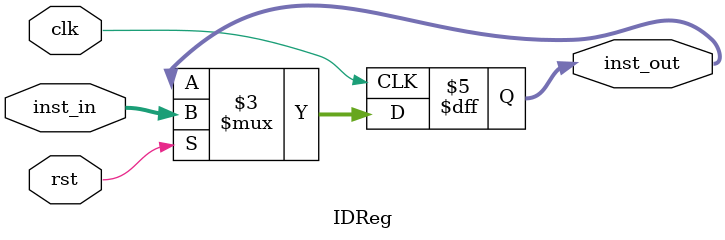
<source format=v>
module IDReg(
    input clk,
    input rst,
    input [31:0] inst_in,
    output reg [31:0] inst_out
);
    always @(posedge clk, negedge rst) begin
        if (~rst) inst_out <= inst_out;
        else inst_out <= inst_in;
    end
endmodule

</source>
